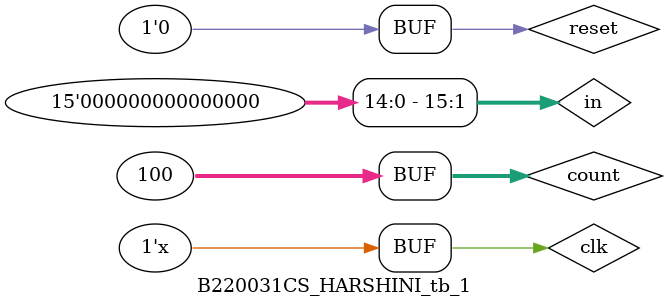
<source format=v>
module B220031CS_HARSHINI_1(
	input clk,
	input reset,
	input [15:0]in,
	input read_write,
	output reg [15:0]out
);

	reg [15:0]data;
	
	always @(posedge clk) 
	if (reset)
		data <= 0;
	else begin
	if (read_write==0)
		out <= data;
	else begin
		out <= 0;
		data <= in;
	end
	end
	
endmodule

//TESTBENCH

module B220031CS_HARSHINI_tb_1();
	reg clk;
	reg reset;
	reg [15:0]in;
	reg read_write;
	wire [15:0]out;
	
	B220031CS_HARSHINI_1 uut(
		.clk(clk),
		.reset(reset),
		.in(in),
		.read_write(read_write),
		.out(out)
	);
	
	integer count;
	
	initial clk=1;
   always #10 clk=~clk;
	
	initial begin
	reset=0;
	for (count=0;count<100;count=count+1) begin
		in = $random;
		read_write= $random;
		#10;
		end
	end
endmodule

</source>
